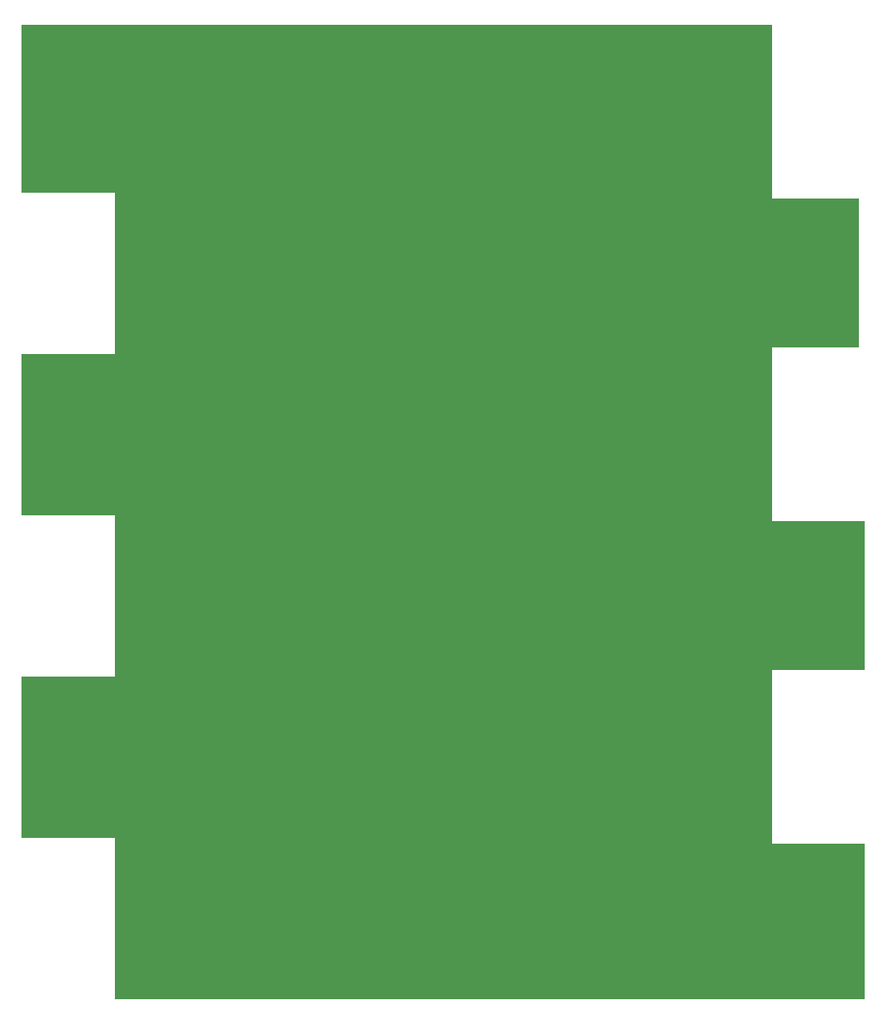
<source format=gbr>
G04 DipTrace 2.1.9.2*
%INBoard.gbr*%
%MOIN*%
%ADD10C,0.0098*%
%ADD11C,0.006*%
%ADD12C,0.003*%
%ADD13C,0.013*%
%ADD14C,0.1*%
%ADD15R,0.0709X0.0709*%
%ADD16C,0.0709*%
%ADD17C,0.05*%
%ADD18R,0.05X0.05*%
%ADD19C,0.0591*%
%ADD20C,0.157*%
%ADD21C,0.067*%
%ADD22C,0.0472*%
%ADD23C,0.028*%
%ADD24C,0.0354*%
%ADD25C,0.008*%
%ADD26C,0.0511*%
%ADD27R,0.058X0.058*%
%ADD28R,0.042X0.042*%
%ADD29C,0.058*%
%ADD30C,0.042*%
%ADD31C,0.0789*%
%ADD32C,0.0629*%
%ADD33R,0.0789X0.0789*%
%ADD34R,0.0629X0.0629*%
%ADD35C,0.108*%
%ADD36C,0.092*%
%ADD37C,0.0077*%
%FSLAX44Y44*%
%SFA1B1*%
%OFA0B0*%
G04*
G70*
G90*
G75*
G01*
%LNBoardPoly*%
%LPD*%
G36*
X3750D2*
D11*
Y6500D1*
X0D1*
Y13000D1*
X3750D1*
Y19500D1*
X0D1*
Y26000D1*
X3750D1*
Y32500D1*
X0D1*
Y39250D1*
X30250D1*
Y32250D1*
X33750D1*
Y26250D1*
X30250D1*
Y19250D1*
X34000D1*
Y13250D1*
X30250D1*
Y6250D1*
X34000D1*
Y0D1*
X3750D1*
G37*
M02*

</source>
